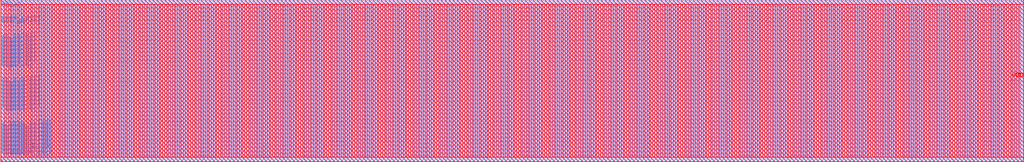
<source format=lef>
VERSION 5.7 ;
BUSBITCHARS "[]" ;
MACRO fakeram130_256x64
  FOREIGN fakeram130_256x64 0 0 ;
  SYMMETRY X Y R90 ;
  SIZE 1010.160 BY 160.480 ;
  CLASS BLOCK ;
  PIN w_mask_in[0]
    DIRECTION INPUT ;
    USE SIGNAL ;
    SHAPE ABUTMENT ;
    PORT
      LAYER met3 ;
      RECT 0.000 4.370 0.460 4.830 ;
    END
  END w_mask_in[0]
  PIN w_mask_in[1]
    DIRECTION INPUT ;
    USE SIGNAL ;
    SHAPE ABUTMENT ;
    PORT
      LAYER met3 ;
      RECT 0.000 4.830 0.460 5.290 ;
    END
  END w_mask_in[1]
  PIN w_mask_in[2]
    DIRECTION INPUT ;
    USE SIGNAL ;
    SHAPE ABUTMENT ;
    PORT
      LAYER met3 ;
      RECT 0.000 5.290 0.460 5.750 ;
    END
  END w_mask_in[2]
  PIN w_mask_in[3]
    DIRECTION INPUT ;
    USE SIGNAL ;
    SHAPE ABUTMENT ;
    PORT
      LAYER met3 ;
      RECT 0.000 5.750 0.460 6.210 ;
    END
  END w_mask_in[3]
  PIN w_mask_in[4]
    DIRECTION INPUT ;
    USE SIGNAL ;
    SHAPE ABUTMENT ;
    PORT
      LAYER met3 ;
      RECT 0.000 6.210 0.460 6.670 ;
    END
  END w_mask_in[4]
  PIN w_mask_in[5]
    DIRECTION INPUT ;
    USE SIGNAL ;
    SHAPE ABUTMENT ;
    PORT
      LAYER met3 ;
      RECT 0.000 6.670 0.460 7.130 ;
    END
  END w_mask_in[5]
  PIN w_mask_in[6]
    DIRECTION INPUT ;
    USE SIGNAL ;
    SHAPE ABUTMENT ;
    PORT
      LAYER met3 ;
      RECT 0.000 7.130 0.460 7.590 ;
    END
  END w_mask_in[6]
  PIN w_mask_in[7]
    DIRECTION INPUT ;
    USE SIGNAL ;
    SHAPE ABUTMENT ;
    PORT
      LAYER met3 ;
      RECT 0.000 7.590 0.460 8.050 ;
    END
  END w_mask_in[7]
  PIN w_mask_in[8]
    DIRECTION INPUT ;
    USE SIGNAL ;
    SHAPE ABUTMENT ;
    PORT
      LAYER met3 ;
      RECT 0.000 8.050 0.460 8.510 ;
    END
  END w_mask_in[8]
  PIN w_mask_in[9]
    DIRECTION INPUT ;
    USE SIGNAL ;
    SHAPE ABUTMENT ;
    PORT
      LAYER met3 ;
      RECT 0.000 8.510 0.460 8.970 ;
    END
  END w_mask_in[9]
  PIN w_mask_in[10]
    DIRECTION INPUT ;
    USE SIGNAL ;
    SHAPE ABUTMENT ;
    PORT
      LAYER met3 ;
      RECT 0.000 8.970 0.460 9.430 ;
    END
  END w_mask_in[10]
  PIN w_mask_in[11]
    DIRECTION INPUT ;
    USE SIGNAL ;
    SHAPE ABUTMENT ;
    PORT
      LAYER met3 ;
      RECT 0.000 9.430 0.460 9.890 ;
    END
  END w_mask_in[11]
  PIN w_mask_in[12]
    DIRECTION INPUT ;
    USE SIGNAL ;
    SHAPE ABUTMENT ;
    PORT
      LAYER met3 ;
      RECT 0.000 9.890 0.460 10.350 ;
    END
  END w_mask_in[12]
  PIN w_mask_in[13]
    DIRECTION INPUT ;
    USE SIGNAL ;
    SHAPE ABUTMENT ;
    PORT
      LAYER met3 ;
      RECT 0.000 10.350 0.460 10.810 ;
    END
  END w_mask_in[13]
  PIN w_mask_in[14]
    DIRECTION INPUT ;
    USE SIGNAL ;
    SHAPE ABUTMENT ;
    PORT
      LAYER met3 ;
      RECT 0.000 10.810 0.460 11.270 ;
    END
  END w_mask_in[14]
  PIN w_mask_in[15]
    DIRECTION INPUT ;
    USE SIGNAL ;
    SHAPE ABUTMENT ;
    PORT
      LAYER met3 ;
      RECT 0.000 11.270 0.460 11.730 ;
    END
  END w_mask_in[15]
  PIN w_mask_in[16]
    DIRECTION INPUT ;
    USE SIGNAL ;
    SHAPE ABUTMENT ;
    PORT
      LAYER met3 ;
      RECT 0.000 11.730 0.460 12.190 ;
    END
  END w_mask_in[16]
  PIN w_mask_in[17]
    DIRECTION INPUT ;
    USE SIGNAL ;
    SHAPE ABUTMENT ;
    PORT
      LAYER met3 ;
      RECT 0.000 12.190 0.460 12.650 ;
    END
  END w_mask_in[17]
  PIN w_mask_in[18]
    DIRECTION INPUT ;
    USE SIGNAL ;
    SHAPE ABUTMENT ;
    PORT
      LAYER met3 ;
      RECT 0.000 12.650 0.460 13.110 ;
    END
  END w_mask_in[18]
  PIN w_mask_in[19]
    DIRECTION INPUT ;
    USE SIGNAL ;
    SHAPE ABUTMENT ;
    PORT
      LAYER met3 ;
      RECT 0.000 13.110 0.460 13.570 ;
    END
  END w_mask_in[19]
  PIN w_mask_in[20]
    DIRECTION INPUT ;
    USE SIGNAL ;
    SHAPE ABUTMENT ;
    PORT
      LAYER met3 ;
      RECT 0.000 13.570 0.460 14.030 ;
    END
  END w_mask_in[20]
  PIN w_mask_in[21]
    DIRECTION INPUT ;
    USE SIGNAL ;
    SHAPE ABUTMENT ;
    PORT
      LAYER met3 ;
      RECT 0.000 14.030 0.460 14.490 ;
    END
  END w_mask_in[21]
  PIN w_mask_in[22]
    DIRECTION INPUT ;
    USE SIGNAL ;
    SHAPE ABUTMENT ;
    PORT
      LAYER met3 ;
      RECT 0.000 14.490 0.460 14.950 ;
    END
  END w_mask_in[22]
  PIN w_mask_in[23]
    DIRECTION INPUT ;
    USE SIGNAL ;
    SHAPE ABUTMENT ;
    PORT
      LAYER met3 ;
      RECT 0.000 14.950 0.460 15.410 ;
    END
  END w_mask_in[23]
  PIN w_mask_in[24]
    DIRECTION INPUT ;
    USE SIGNAL ;
    SHAPE ABUTMENT ;
    PORT
      LAYER met3 ;
      RECT 0.000 15.410 0.460 15.870 ;
    END
  END w_mask_in[24]
  PIN w_mask_in[25]
    DIRECTION INPUT ;
    USE SIGNAL ;
    SHAPE ABUTMENT ;
    PORT
      LAYER met3 ;
      RECT 0.000 15.870 0.460 16.330 ;
    END
  END w_mask_in[25]
  PIN w_mask_in[26]
    DIRECTION INPUT ;
    USE SIGNAL ;
    SHAPE ABUTMENT ;
    PORT
      LAYER met3 ;
      RECT 0.000 16.330 0.460 16.790 ;
    END
  END w_mask_in[26]
  PIN w_mask_in[27]
    DIRECTION INPUT ;
    USE SIGNAL ;
    SHAPE ABUTMENT ;
    PORT
      LAYER met3 ;
      RECT 0.000 16.790 0.460 17.250 ;
    END
  END w_mask_in[27]
  PIN w_mask_in[28]
    DIRECTION INPUT ;
    USE SIGNAL ;
    SHAPE ABUTMENT ;
    PORT
      LAYER met3 ;
      RECT 0.000 17.250 0.460 17.710 ;
    END
  END w_mask_in[28]
  PIN w_mask_in[29]
    DIRECTION INPUT ;
    USE SIGNAL ;
    SHAPE ABUTMENT ;
    PORT
      LAYER met3 ;
      RECT 0.000 17.710 0.460 18.170 ;
    END
  END w_mask_in[29]
  PIN w_mask_in[30]
    DIRECTION INPUT ;
    USE SIGNAL ;
    SHAPE ABUTMENT ;
    PORT
      LAYER met3 ;
      RECT 0.000 18.170 0.460 18.630 ;
    END
  END w_mask_in[30]
  PIN w_mask_in[31]
    DIRECTION INPUT ;
    USE SIGNAL ;
    SHAPE ABUTMENT ;
    PORT
      LAYER met3 ;
      RECT 0.000 18.630 0.460 19.090 ;
    END
  END w_mask_in[31]
  PIN w_mask_in[32]
    DIRECTION INPUT ;
    USE SIGNAL ;
    SHAPE ABUTMENT ;
    PORT
      LAYER met3 ;
      RECT 0.000 19.090 0.460 19.550 ;
    END
  END w_mask_in[32]
  PIN w_mask_in[33]
    DIRECTION INPUT ;
    USE SIGNAL ;
    SHAPE ABUTMENT ;
    PORT
      LAYER met3 ;
      RECT 0.000 19.550 0.460 20.010 ;
    END
  END w_mask_in[33]
  PIN w_mask_in[34]
    DIRECTION INPUT ;
    USE SIGNAL ;
    SHAPE ABUTMENT ;
    PORT
      LAYER met3 ;
      RECT 0.000 20.010 0.460 20.470 ;
    END
  END w_mask_in[34]
  PIN w_mask_in[35]
    DIRECTION INPUT ;
    USE SIGNAL ;
    SHAPE ABUTMENT ;
    PORT
      LAYER met3 ;
      RECT 0.000 20.470 0.460 20.930 ;
    END
  END w_mask_in[35]
  PIN w_mask_in[36]
    DIRECTION INPUT ;
    USE SIGNAL ;
    SHAPE ABUTMENT ;
    PORT
      LAYER met3 ;
      RECT 0.000 20.930 0.460 21.390 ;
    END
  END w_mask_in[36]
  PIN w_mask_in[37]
    DIRECTION INPUT ;
    USE SIGNAL ;
    SHAPE ABUTMENT ;
    PORT
      LAYER met3 ;
      RECT 0.000 21.390 0.460 21.850 ;
    END
  END w_mask_in[37]
  PIN w_mask_in[38]
    DIRECTION INPUT ;
    USE SIGNAL ;
    SHAPE ABUTMENT ;
    PORT
      LAYER met3 ;
      RECT 0.000 21.850 0.460 22.310 ;
    END
  END w_mask_in[38]
  PIN w_mask_in[39]
    DIRECTION INPUT ;
    USE SIGNAL ;
    SHAPE ABUTMENT ;
    PORT
      LAYER met3 ;
      RECT 0.000 22.310 0.460 22.770 ;
    END
  END w_mask_in[39]
  PIN w_mask_in[40]
    DIRECTION INPUT ;
    USE SIGNAL ;
    SHAPE ABUTMENT ;
    PORT
      LAYER met3 ;
      RECT 0.000 22.770 0.460 23.230 ;
    END
  END w_mask_in[40]
  PIN w_mask_in[41]
    DIRECTION INPUT ;
    USE SIGNAL ;
    SHAPE ABUTMENT ;
    PORT
      LAYER met3 ;
      RECT 0.000 23.230 0.460 23.690 ;
    END
  END w_mask_in[41]
  PIN w_mask_in[42]
    DIRECTION INPUT ;
    USE SIGNAL ;
    SHAPE ABUTMENT ;
    PORT
      LAYER met3 ;
      RECT 0.000 23.690 0.460 24.150 ;
    END
  END w_mask_in[42]
  PIN w_mask_in[43]
    DIRECTION INPUT ;
    USE SIGNAL ;
    SHAPE ABUTMENT ;
    PORT
      LAYER met3 ;
      RECT 0.000 24.150 0.460 24.610 ;
    END
  END w_mask_in[43]
  PIN w_mask_in[44]
    DIRECTION INPUT ;
    USE SIGNAL ;
    SHAPE ABUTMENT ;
    PORT
      LAYER met3 ;
      RECT 0.000 24.610 0.460 25.070 ;
    END
  END w_mask_in[44]
  PIN w_mask_in[45]
    DIRECTION INPUT ;
    USE SIGNAL ;
    SHAPE ABUTMENT ;
    PORT
      LAYER met3 ;
      RECT 0.000 25.070 0.460 25.530 ;
    END
  END w_mask_in[45]
  PIN w_mask_in[46]
    DIRECTION INPUT ;
    USE SIGNAL ;
    SHAPE ABUTMENT ;
    PORT
      LAYER met3 ;
      RECT 0.000 25.530 0.460 25.990 ;
    END
  END w_mask_in[46]
  PIN w_mask_in[47]
    DIRECTION INPUT ;
    USE SIGNAL ;
    SHAPE ABUTMENT ;
    PORT
      LAYER met3 ;
      RECT 0.000 25.990 0.460 26.450 ;
    END
  END w_mask_in[47]
  PIN w_mask_in[48]
    DIRECTION INPUT ;
    USE SIGNAL ;
    SHAPE ABUTMENT ;
    PORT
      LAYER met3 ;
      RECT 0.000 26.450 0.460 26.910 ;
    END
  END w_mask_in[48]
  PIN w_mask_in[49]
    DIRECTION INPUT ;
    USE SIGNAL ;
    SHAPE ABUTMENT ;
    PORT
      LAYER met3 ;
      RECT 0.000 26.910 0.460 27.370 ;
    END
  END w_mask_in[49]
  PIN w_mask_in[50]
    DIRECTION INPUT ;
    USE SIGNAL ;
    SHAPE ABUTMENT ;
    PORT
      LAYER met3 ;
      RECT 0.000 27.370 0.460 27.830 ;
    END
  END w_mask_in[50]
  PIN w_mask_in[51]
    DIRECTION INPUT ;
    USE SIGNAL ;
    SHAPE ABUTMENT ;
    PORT
      LAYER met3 ;
      RECT 0.000 27.830 0.460 28.290 ;
    END
  END w_mask_in[51]
  PIN w_mask_in[52]
    DIRECTION INPUT ;
    USE SIGNAL ;
    SHAPE ABUTMENT ;
    PORT
      LAYER met3 ;
      RECT 0.000 28.290 0.460 28.750 ;
    END
  END w_mask_in[52]
  PIN w_mask_in[53]
    DIRECTION INPUT ;
    USE SIGNAL ;
    SHAPE ABUTMENT ;
    PORT
      LAYER met3 ;
      RECT 0.000 28.750 0.460 29.210 ;
    END
  END w_mask_in[53]
  PIN w_mask_in[54]
    DIRECTION INPUT ;
    USE SIGNAL ;
    SHAPE ABUTMENT ;
    PORT
      LAYER met3 ;
      RECT 0.000 29.210 0.460 29.670 ;
    END
  END w_mask_in[54]
  PIN w_mask_in[55]
    DIRECTION INPUT ;
    USE SIGNAL ;
    SHAPE ABUTMENT ;
    PORT
      LAYER met3 ;
      RECT 0.000 29.670 0.460 30.130 ;
    END
  END w_mask_in[55]
  PIN w_mask_in[56]
    DIRECTION INPUT ;
    USE SIGNAL ;
    SHAPE ABUTMENT ;
    PORT
      LAYER met3 ;
      RECT 0.000 30.130 0.460 30.590 ;
    END
  END w_mask_in[56]
  PIN w_mask_in[57]
    DIRECTION INPUT ;
    USE SIGNAL ;
    SHAPE ABUTMENT ;
    PORT
      LAYER met3 ;
      RECT 0.000 30.590 0.460 31.050 ;
    END
  END w_mask_in[57]
  PIN w_mask_in[58]
    DIRECTION INPUT ;
    USE SIGNAL ;
    SHAPE ABUTMENT ;
    PORT
      LAYER met3 ;
      RECT 0.000 31.050 0.460 31.510 ;
    END
  END w_mask_in[58]
  PIN w_mask_in[59]
    DIRECTION INPUT ;
    USE SIGNAL ;
    SHAPE ABUTMENT ;
    PORT
      LAYER met3 ;
      RECT 0.000 31.510 0.460 31.970 ;
    END
  END w_mask_in[59]
  PIN w_mask_in[60]
    DIRECTION INPUT ;
    USE SIGNAL ;
    SHAPE ABUTMENT ;
    PORT
      LAYER met3 ;
      RECT 0.000 31.970 0.460 32.430 ;
    END
  END w_mask_in[60]
  PIN w_mask_in[61]
    DIRECTION INPUT ;
    USE SIGNAL ;
    SHAPE ABUTMENT ;
    PORT
      LAYER met3 ;
      RECT 0.000 32.430 0.460 32.890 ;
    END
  END w_mask_in[61]
  PIN w_mask_in[62]
    DIRECTION INPUT ;
    USE SIGNAL ;
    SHAPE ABUTMENT ;
    PORT
      LAYER met3 ;
      RECT 0.000 32.890 0.460 33.350 ;
    END
  END w_mask_in[62]
  PIN w_mask_in[63]
    DIRECTION INPUT ;
    USE SIGNAL ;
    SHAPE ABUTMENT ;
    PORT
      LAYER met3 ;
      RECT 0.000 33.350 0.460 33.810 ;
    END
  END w_mask_in[63]
  PIN rd_out[0]
    DIRECTION OUTPUT ;
    USE SIGNAL ;
    SHAPE ABUTMENT ;
    PORT
      LAYER met3 ;
      RECT 0.000 47.610 0.460 48.070 ;
    END
  END rd_out[0]
  PIN rd_out[1]
    DIRECTION OUTPUT ;
    USE SIGNAL ;
    SHAPE ABUTMENT ;
    PORT
      LAYER met3 ;
      RECT 0.000 48.070 0.460 48.530 ;
    END
  END rd_out[1]
  PIN rd_out[2]
    DIRECTION OUTPUT ;
    USE SIGNAL ;
    SHAPE ABUTMENT ;
    PORT
      LAYER met3 ;
      RECT 0.000 48.530 0.460 48.990 ;
    END
  END rd_out[2]
  PIN rd_out[3]
    DIRECTION OUTPUT ;
    USE SIGNAL ;
    SHAPE ABUTMENT ;
    PORT
      LAYER met3 ;
      RECT 0.000 48.990 0.460 49.450 ;
    END
  END rd_out[3]
  PIN rd_out[4]
    DIRECTION OUTPUT ;
    USE SIGNAL ;
    SHAPE ABUTMENT ;
    PORT
      LAYER met3 ;
      RECT 0.000 49.450 0.460 49.910 ;
    END
  END rd_out[4]
  PIN rd_out[5]
    DIRECTION OUTPUT ;
    USE SIGNAL ;
    SHAPE ABUTMENT ;
    PORT
      LAYER met3 ;
      RECT 0.000 49.910 0.460 50.370 ;
    END
  END rd_out[5]
  PIN rd_out[6]
    DIRECTION OUTPUT ;
    USE SIGNAL ;
    SHAPE ABUTMENT ;
    PORT
      LAYER met3 ;
      RECT 0.000 50.370 0.460 50.830 ;
    END
  END rd_out[6]
  PIN rd_out[7]
    DIRECTION OUTPUT ;
    USE SIGNAL ;
    SHAPE ABUTMENT ;
    PORT
      LAYER met3 ;
      RECT 0.000 50.830 0.460 51.290 ;
    END
  END rd_out[7]
  PIN rd_out[8]
    DIRECTION OUTPUT ;
    USE SIGNAL ;
    SHAPE ABUTMENT ;
    PORT
      LAYER met3 ;
      RECT 0.000 51.290 0.460 51.750 ;
    END
  END rd_out[8]
  PIN rd_out[9]
    DIRECTION OUTPUT ;
    USE SIGNAL ;
    SHAPE ABUTMENT ;
    PORT
      LAYER met3 ;
      RECT 0.000 51.750 0.460 52.210 ;
    END
  END rd_out[9]
  PIN rd_out[10]
    DIRECTION OUTPUT ;
    USE SIGNAL ;
    SHAPE ABUTMENT ;
    PORT
      LAYER met3 ;
      RECT 0.000 52.210 0.460 52.670 ;
    END
  END rd_out[10]
  PIN rd_out[11]
    DIRECTION OUTPUT ;
    USE SIGNAL ;
    SHAPE ABUTMENT ;
    PORT
      LAYER met3 ;
      RECT 0.000 52.670 0.460 53.130 ;
    END
  END rd_out[11]
  PIN rd_out[12]
    DIRECTION OUTPUT ;
    USE SIGNAL ;
    SHAPE ABUTMENT ;
    PORT
      LAYER met3 ;
      RECT 0.000 53.130 0.460 53.590 ;
    END
  END rd_out[12]
  PIN rd_out[13]
    DIRECTION OUTPUT ;
    USE SIGNAL ;
    SHAPE ABUTMENT ;
    PORT
      LAYER met3 ;
      RECT 0.000 53.590 0.460 54.050 ;
    END
  END rd_out[13]
  PIN rd_out[14]
    DIRECTION OUTPUT ;
    USE SIGNAL ;
    SHAPE ABUTMENT ;
    PORT
      LAYER met3 ;
      RECT 0.000 54.050 0.460 54.510 ;
    END
  END rd_out[14]
  PIN rd_out[15]
    DIRECTION OUTPUT ;
    USE SIGNAL ;
    SHAPE ABUTMENT ;
    PORT
      LAYER met3 ;
      RECT 0.000 54.510 0.460 54.970 ;
    END
  END rd_out[15]
  PIN rd_out[16]
    DIRECTION OUTPUT ;
    USE SIGNAL ;
    SHAPE ABUTMENT ;
    PORT
      LAYER met3 ;
      RECT 0.000 54.970 0.460 55.430 ;
    END
  END rd_out[16]
  PIN rd_out[17]
    DIRECTION OUTPUT ;
    USE SIGNAL ;
    SHAPE ABUTMENT ;
    PORT
      LAYER met3 ;
      RECT 0.000 55.430 0.460 55.890 ;
    END
  END rd_out[17]
  PIN rd_out[18]
    DIRECTION OUTPUT ;
    USE SIGNAL ;
    SHAPE ABUTMENT ;
    PORT
      LAYER met3 ;
      RECT 0.000 55.890 0.460 56.350 ;
    END
  END rd_out[18]
  PIN rd_out[19]
    DIRECTION OUTPUT ;
    USE SIGNAL ;
    SHAPE ABUTMENT ;
    PORT
      LAYER met3 ;
      RECT 0.000 56.350 0.460 56.810 ;
    END
  END rd_out[19]
  PIN rd_out[20]
    DIRECTION OUTPUT ;
    USE SIGNAL ;
    SHAPE ABUTMENT ;
    PORT
      LAYER met3 ;
      RECT 0.000 56.810 0.460 57.270 ;
    END
  END rd_out[20]
  PIN rd_out[21]
    DIRECTION OUTPUT ;
    USE SIGNAL ;
    SHAPE ABUTMENT ;
    PORT
      LAYER met3 ;
      RECT 0.000 57.270 0.460 57.730 ;
    END
  END rd_out[21]
  PIN rd_out[22]
    DIRECTION OUTPUT ;
    USE SIGNAL ;
    SHAPE ABUTMENT ;
    PORT
      LAYER met3 ;
      RECT 0.000 57.730 0.460 58.190 ;
    END
  END rd_out[22]
  PIN rd_out[23]
    DIRECTION OUTPUT ;
    USE SIGNAL ;
    SHAPE ABUTMENT ;
    PORT
      LAYER met3 ;
      RECT 0.000 58.190 0.460 58.650 ;
    END
  END rd_out[23]
  PIN rd_out[24]
    DIRECTION OUTPUT ;
    USE SIGNAL ;
    SHAPE ABUTMENT ;
    PORT
      LAYER met3 ;
      RECT 0.000 58.650 0.460 59.110 ;
    END
  END rd_out[24]
  PIN rd_out[25]
    DIRECTION OUTPUT ;
    USE SIGNAL ;
    SHAPE ABUTMENT ;
    PORT
      LAYER met3 ;
      RECT 0.000 59.110 0.460 59.570 ;
    END
  END rd_out[25]
  PIN rd_out[26]
    DIRECTION OUTPUT ;
    USE SIGNAL ;
    SHAPE ABUTMENT ;
    PORT
      LAYER met3 ;
      RECT 0.000 59.570 0.460 60.030 ;
    END
  END rd_out[26]
  PIN rd_out[27]
    DIRECTION OUTPUT ;
    USE SIGNAL ;
    SHAPE ABUTMENT ;
    PORT
      LAYER met3 ;
      RECT 0.000 60.030 0.460 60.490 ;
    END
  END rd_out[27]
  PIN rd_out[28]
    DIRECTION OUTPUT ;
    USE SIGNAL ;
    SHAPE ABUTMENT ;
    PORT
      LAYER met3 ;
      RECT 0.000 60.490 0.460 60.950 ;
    END
  END rd_out[28]
  PIN rd_out[29]
    DIRECTION OUTPUT ;
    USE SIGNAL ;
    SHAPE ABUTMENT ;
    PORT
      LAYER met3 ;
      RECT 0.000 60.950 0.460 61.410 ;
    END
  END rd_out[29]
  PIN rd_out[30]
    DIRECTION OUTPUT ;
    USE SIGNAL ;
    SHAPE ABUTMENT ;
    PORT
      LAYER met3 ;
      RECT 0.000 61.410 0.460 61.870 ;
    END
  END rd_out[30]
  PIN rd_out[31]
    DIRECTION OUTPUT ;
    USE SIGNAL ;
    SHAPE ABUTMENT ;
    PORT
      LAYER met3 ;
      RECT 0.000 61.870 0.460 62.330 ;
    END
  END rd_out[31]
  PIN rd_out[32]
    DIRECTION OUTPUT ;
    USE SIGNAL ;
    SHAPE ABUTMENT ;
    PORT
      LAYER met3 ;
      RECT 0.000 62.330 0.460 62.790 ;
    END
  END rd_out[32]
  PIN rd_out[33]
    DIRECTION OUTPUT ;
    USE SIGNAL ;
    SHAPE ABUTMENT ;
    PORT
      LAYER met3 ;
      RECT 0.000 62.790 0.460 63.250 ;
    END
  END rd_out[33]
  PIN rd_out[34]
    DIRECTION OUTPUT ;
    USE SIGNAL ;
    SHAPE ABUTMENT ;
    PORT
      LAYER met3 ;
      RECT 0.000 63.250 0.460 63.710 ;
    END
  END rd_out[34]
  PIN rd_out[35]
    DIRECTION OUTPUT ;
    USE SIGNAL ;
    SHAPE ABUTMENT ;
    PORT
      LAYER met3 ;
      RECT 0.000 63.710 0.460 64.170 ;
    END
  END rd_out[35]
  PIN rd_out[36]
    DIRECTION OUTPUT ;
    USE SIGNAL ;
    SHAPE ABUTMENT ;
    PORT
      LAYER met3 ;
      RECT 0.000 64.170 0.460 64.630 ;
    END
  END rd_out[36]
  PIN rd_out[37]
    DIRECTION OUTPUT ;
    USE SIGNAL ;
    SHAPE ABUTMENT ;
    PORT
      LAYER met3 ;
      RECT 0.000 64.630 0.460 65.090 ;
    END
  END rd_out[37]
  PIN rd_out[38]
    DIRECTION OUTPUT ;
    USE SIGNAL ;
    SHAPE ABUTMENT ;
    PORT
      LAYER met3 ;
      RECT 0.000 65.090 0.460 65.550 ;
    END
  END rd_out[38]
  PIN rd_out[39]
    DIRECTION OUTPUT ;
    USE SIGNAL ;
    SHAPE ABUTMENT ;
    PORT
      LAYER met3 ;
      RECT 0.000 65.550 0.460 66.010 ;
    END
  END rd_out[39]
  PIN rd_out[40]
    DIRECTION OUTPUT ;
    USE SIGNAL ;
    SHAPE ABUTMENT ;
    PORT
      LAYER met3 ;
      RECT 0.000 66.010 0.460 66.470 ;
    END
  END rd_out[40]
  PIN rd_out[41]
    DIRECTION OUTPUT ;
    USE SIGNAL ;
    SHAPE ABUTMENT ;
    PORT
      LAYER met3 ;
      RECT 0.000 66.470 0.460 66.930 ;
    END
  END rd_out[41]
  PIN rd_out[42]
    DIRECTION OUTPUT ;
    USE SIGNAL ;
    SHAPE ABUTMENT ;
    PORT
      LAYER met3 ;
      RECT 0.000 66.930 0.460 67.390 ;
    END
  END rd_out[42]
  PIN rd_out[43]
    DIRECTION OUTPUT ;
    USE SIGNAL ;
    SHAPE ABUTMENT ;
    PORT
      LAYER met3 ;
      RECT 0.000 67.390 0.460 67.850 ;
    END
  END rd_out[43]
  PIN rd_out[44]
    DIRECTION OUTPUT ;
    USE SIGNAL ;
    SHAPE ABUTMENT ;
    PORT
      LAYER met3 ;
      RECT 0.000 67.850 0.460 68.310 ;
    END
  END rd_out[44]
  PIN rd_out[45]
    DIRECTION OUTPUT ;
    USE SIGNAL ;
    SHAPE ABUTMENT ;
    PORT
      LAYER met3 ;
      RECT 0.000 68.310 0.460 68.770 ;
    END
  END rd_out[45]
  PIN rd_out[46]
    DIRECTION OUTPUT ;
    USE SIGNAL ;
    SHAPE ABUTMENT ;
    PORT
      LAYER met3 ;
      RECT 0.000 68.770 0.460 69.230 ;
    END
  END rd_out[46]
  PIN rd_out[47]
    DIRECTION OUTPUT ;
    USE SIGNAL ;
    SHAPE ABUTMENT ;
    PORT
      LAYER met3 ;
      RECT 0.000 69.230 0.460 69.690 ;
    END
  END rd_out[47]
  PIN rd_out[48]
    DIRECTION OUTPUT ;
    USE SIGNAL ;
    SHAPE ABUTMENT ;
    PORT
      LAYER met3 ;
      RECT 0.000 69.690 0.460 70.150 ;
    END
  END rd_out[48]
  PIN rd_out[49]
    DIRECTION OUTPUT ;
    USE SIGNAL ;
    SHAPE ABUTMENT ;
    PORT
      LAYER met3 ;
      RECT 0.000 70.150 0.460 70.610 ;
    END
  END rd_out[49]
  PIN rd_out[50]
    DIRECTION OUTPUT ;
    USE SIGNAL ;
    SHAPE ABUTMENT ;
    PORT
      LAYER met3 ;
      RECT 0.000 70.610 0.460 71.070 ;
    END
  END rd_out[50]
  PIN rd_out[51]
    DIRECTION OUTPUT ;
    USE SIGNAL ;
    SHAPE ABUTMENT ;
    PORT
      LAYER met3 ;
      RECT 0.000 71.070 0.460 71.530 ;
    END
  END rd_out[51]
  PIN rd_out[52]
    DIRECTION OUTPUT ;
    USE SIGNAL ;
    SHAPE ABUTMENT ;
    PORT
      LAYER met3 ;
      RECT 0.000 71.530 0.460 71.990 ;
    END
  END rd_out[52]
  PIN rd_out[53]
    DIRECTION OUTPUT ;
    USE SIGNAL ;
    SHAPE ABUTMENT ;
    PORT
      LAYER met3 ;
      RECT 0.000 71.990 0.460 72.450 ;
    END
  END rd_out[53]
  PIN rd_out[54]
    DIRECTION OUTPUT ;
    USE SIGNAL ;
    SHAPE ABUTMENT ;
    PORT
      LAYER met3 ;
      RECT 0.000 72.450 0.460 72.910 ;
    END
  END rd_out[54]
  PIN rd_out[55]
    DIRECTION OUTPUT ;
    USE SIGNAL ;
    SHAPE ABUTMENT ;
    PORT
      LAYER met3 ;
      RECT 0.000 72.910 0.460 73.370 ;
    END
  END rd_out[55]
  PIN rd_out[56]
    DIRECTION OUTPUT ;
    USE SIGNAL ;
    SHAPE ABUTMENT ;
    PORT
      LAYER met3 ;
      RECT 0.000 73.370 0.460 73.830 ;
    END
  END rd_out[56]
  PIN rd_out[57]
    DIRECTION OUTPUT ;
    USE SIGNAL ;
    SHAPE ABUTMENT ;
    PORT
      LAYER met3 ;
      RECT 0.000 73.830 0.460 74.290 ;
    END
  END rd_out[57]
  PIN rd_out[58]
    DIRECTION OUTPUT ;
    USE SIGNAL ;
    SHAPE ABUTMENT ;
    PORT
      LAYER met3 ;
      RECT 0.000 74.290 0.460 74.750 ;
    END
  END rd_out[58]
  PIN rd_out[59]
    DIRECTION OUTPUT ;
    USE SIGNAL ;
    SHAPE ABUTMENT ;
    PORT
      LAYER met3 ;
      RECT 0.000 74.750 0.460 75.210 ;
    END
  END rd_out[59]
  PIN rd_out[60]
    DIRECTION OUTPUT ;
    USE SIGNAL ;
    SHAPE ABUTMENT ;
    PORT
      LAYER met3 ;
      RECT 0.000 75.210 0.460 75.670 ;
    END
  END rd_out[60]
  PIN rd_out[61]
    DIRECTION OUTPUT ;
    USE SIGNAL ;
    SHAPE ABUTMENT ;
    PORT
      LAYER met3 ;
      RECT 0.000 75.670 0.460 76.130 ;
    END
  END rd_out[61]
  PIN rd_out[62]
    DIRECTION OUTPUT ;
    USE SIGNAL ;
    SHAPE ABUTMENT ;
    PORT
      LAYER met3 ;
      RECT 0.000 76.130 0.460 76.590 ;
    END
  END rd_out[62]
  PIN rd_out[63]
    DIRECTION OUTPUT ;
    USE SIGNAL ;
    SHAPE ABUTMENT ;
    PORT
      LAYER met3 ;
      RECT 0.000 76.590 0.460 77.050 ;
    END
  END rd_out[63]
  PIN wd_in[0]
    DIRECTION INPUT ;
    USE SIGNAL ;
    SHAPE ABUTMENT ;
    PORT
      LAYER met3 ;
      RECT 0.000 90.850 0.460 91.310 ;
    END
  END wd_in[0]
  PIN wd_in[1]
    DIRECTION INPUT ;
    USE SIGNAL ;
    SHAPE ABUTMENT ;
    PORT
      LAYER met3 ;
      RECT 0.000 91.310 0.460 91.770 ;
    END
  END wd_in[1]
  PIN wd_in[2]
    DIRECTION INPUT ;
    USE SIGNAL ;
    SHAPE ABUTMENT ;
    PORT
      LAYER met3 ;
      RECT 0.000 91.770 0.460 92.230 ;
    END
  END wd_in[2]
  PIN wd_in[3]
    DIRECTION INPUT ;
    USE SIGNAL ;
    SHAPE ABUTMENT ;
    PORT
      LAYER met3 ;
      RECT 0.000 92.230 0.460 92.690 ;
    END
  END wd_in[3]
  PIN wd_in[4]
    DIRECTION INPUT ;
    USE SIGNAL ;
    SHAPE ABUTMENT ;
    PORT
      LAYER met3 ;
      RECT 0.000 92.690 0.460 93.150 ;
    END
  END wd_in[4]
  PIN wd_in[5]
    DIRECTION INPUT ;
    USE SIGNAL ;
    SHAPE ABUTMENT ;
    PORT
      LAYER met3 ;
      RECT 0.000 93.150 0.460 93.610 ;
    END
  END wd_in[5]
  PIN wd_in[6]
    DIRECTION INPUT ;
    USE SIGNAL ;
    SHAPE ABUTMENT ;
    PORT
      LAYER met3 ;
      RECT 0.000 93.610 0.460 94.070 ;
    END
  END wd_in[6]
  PIN wd_in[7]
    DIRECTION INPUT ;
    USE SIGNAL ;
    SHAPE ABUTMENT ;
    PORT
      LAYER met3 ;
      RECT 0.000 94.070 0.460 94.530 ;
    END
  END wd_in[7]
  PIN wd_in[8]
    DIRECTION INPUT ;
    USE SIGNAL ;
    SHAPE ABUTMENT ;
    PORT
      LAYER met3 ;
      RECT 0.000 94.530 0.460 94.990 ;
    END
  END wd_in[8]
  PIN wd_in[9]
    DIRECTION INPUT ;
    USE SIGNAL ;
    SHAPE ABUTMENT ;
    PORT
      LAYER met3 ;
      RECT 0.000 94.990 0.460 95.450 ;
    END
  END wd_in[9]
  PIN wd_in[10]
    DIRECTION INPUT ;
    USE SIGNAL ;
    SHAPE ABUTMENT ;
    PORT
      LAYER met3 ;
      RECT 0.000 95.450 0.460 95.910 ;
    END
  END wd_in[10]
  PIN wd_in[11]
    DIRECTION INPUT ;
    USE SIGNAL ;
    SHAPE ABUTMENT ;
    PORT
      LAYER met3 ;
      RECT 0.000 95.910 0.460 96.370 ;
    END
  END wd_in[11]
  PIN wd_in[12]
    DIRECTION INPUT ;
    USE SIGNAL ;
    SHAPE ABUTMENT ;
    PORT
      LAYER met3 ;
      RECT 0.000 96.370 0.460 96.830 ;
    END
  END wd_in[12]
  PIN wd_in[13]
    DIRECTION INPUT ;
    USE SIGNAL ;
    SHAPE ABUTMENT ;
    PORT
      LAYER met3 ;
      RECT 0.000 96.830 0.460 97.290 ;
    END
  END wd_in[13]
  PIN wd_in[14]
    DIRECTION INPUT ;
    USE SIGNAL ;
    SHAPE ABUTMENT ;
    PORT
      LAYER met3 ;
      RECT 0.000 97.290 0.460 97.750 ;
    END
  END wd_in[14]
  PIN wd_in[15]
    DIRECTION INPUT ;
    USE SIGNAL ;
    SHAPE ABUTMENT ;
    PORT
      LAYER met3 ;
      RECT 0.000 97.750 0.460 98.210 ;
    END
  END wd_in[15]
  PIN wd_in[16]
    DIRECTION INPUT ;
    USE SIGNAL ;
    SHAPE ABUTMENT ;
    PORT
      LAYER met3 ;
      RECT 0.000 98.210 0.460 98.670 ;
    END
  END wd_in[16]
  PIN wd_in[17]
    DIRECTION INPUT ;
    USE SIGNAL ;
    SHAPE ABUTMENT ;
    PORT
      LAYER met3 ;
      RECT 0.000 98.670 0.460 99.130 ;
    END
  END wd_in[17]
  PIN wd_in[18]
    DIRECTION INPUT ;
    USE SIGNAL ;
    SHAPE ABUTMENT ;
    PORT
      LAYER met3 ;
      RECT 0.000 99.130 0.460 99.590 ;
    END
  END wd_in[18]
  PIN wd_in[19]
    DIRECTION INPUT ;
    USE SIGNAL ;
    SHAPE ABUTMENT ;
    PORT
      LAYER met3 ;
      RECT 0.000 99.590 0.460 100.050 ;
    END
  END wd_in[19]
  PIN wd_in[20]
    DIRECTION INPUT ;
    USE SIGNAL ;
    SHAPE ABUTMENT ;
    PORT
      LAYER met3 ;
      RECT 0.000 100.050 0.460 100.510 ;
    END
  END wd_in[20]
  PIN wd_in[21]
    DIRECTION INPUT ;
    USE SIGNAL ;
    SHAPE ABUTMENT ;
    PORT
      LAYER met3 ;
      RECT 0.000 100.510 0.460 100.970 ;
    END
  END wd_in[21]
  PIN wd_in[22]
    DIRECTION INPUT ;
    USE SIGNAL ;
    SHAPE ABUTMENT ;
    PORT
      LAYER met3 ;
      RECT 0.000 100.970 0.460 101.430 ;
    END
  END wd_in[22]
  PIN wd_in[23]
    DIRECTION INPUT ;
    USE SIGNAL ;
    SHAPE ABUTMENT ;
    PORT
      LAYER met3 ;
      RECT 0.000 101.430 0.460 101.890 ;
    END
  END wd_in[23]
  PIN wd_in[24]
    DIRECTION INPUT ;
    USE SIGNAL ;
    SHAPE ABUTMENT ;
    PORT
      LAYER met3 ;
      RECT 0.000 101.890 0.460 102.350 ;
    END
  END wd_in[24]
  PIN wd_in[25]
    DIRECTION INPUT ;
    USE SIGNAL ;
    SHAPE ABUTMENT ;
    PORT
      LAYER met3 ;
      RECT 0.000 102.350 0.460 102.810 ;
    END
  END wd_in[25]
  PIN wd_in[26]
    DIRECTION INPUT ;
    USE SIGNAL ;
    SHAPE ABUTMENT ;
    PORT
      LAYER met3 ;
      RECT 0.000 102.810 0.460 103.270 ;
    END
  END wd_in[26]
  PIN wd_in[27]
    DIRECTION INPUT ;
    USE SIGNAL ;
    SHAPE ABUTMENT ;
    PORT
      LAYER met3 ;
      RECT 0.000 103.270 0.460 103.730 ;
    END
  END wd_in[27]
  PIN wd_in[28]
    DIRECTION INPUT ;
    USE SIGNAL ;
    SHAPE ABUTMENT ;
    PORT
      LAYER met3 ;
      RECT 0.000 103.730 0.460 104.190 ;
    END
  END wd_in[28]
  PIN wd_in[29]
    DIRECTION INPUT ;
    USE SIGNAL ;
    SHAPE ABUTMENT ;
    PORT
      LAYER met3 ;
      RECT 0.000 104.190 0.460 104.650 ;
    END
  END wd_in[29]
  PIN wd_in[30]
    DIRECTION INPUT ;
    USE SIGNAL ;
    SHAPE ABUTMENT ;
    PORT
      LAYER met3 ;
      RECT 0.000 104.650 0.460 105.110 ;
    END
  END wd_in[30]
  PIN wd_in[31]
    DIRECTION INPUT ;
    USE SIGNAL ;
    SHAPE ABUTMENT ;
    PORT
      LAYER met3 ;
      RECT 0.000 105.110 0.460 105.570 ;
    END
  END wd_in[31]
  PIN wd_in[32]
    DIRECTION INPUT ;
    USE SIGNAL ;
    SHAPE ABUTMENT ;
    PORT
      LAYER met3 ;
      RECT 0.000 105.570 0.460 106.030 ;
    END
  END wd_in[32]
  PIN wd_in[33]
    DIRECTION INPUT ;
    USE SIGNAL ;
    SHAPE ABUTMENT ;
    PORT
      LAYER met3 ;
      RECT 0.000 106.030 0.460 106.490 ;
    END
  END wd_in[33]
  PIN wd_in[34]
    DIRECTION INPUT ;
    USE SIGNAL ;
    SHAPE ABUTMENT ;
    PORT
      LAYER met3 ;
      RECT 0.000 106.490 0.460 106.950 ;
    END
  END wd_in[34]
  PIN wd_in[35]
    DIRECTION INPUT ;
    USE SIGNAL ;
    SHAPE ABUTMENT ;
    PORT
      LAYER met3 ;
      RECT 0.000 106.950 0.460 107.410 ;
    END
  END wd_in[35]
  PIN wd_in[36]
    DIRECTION INPUT ;
    USE SIGNAL ;
    SHAPE ABUTMENT ;
    PORT
      LAYER met3 ;
      RECT 0.000 107.410 0.460 107.870 ;
    END
  END wd_in[36]
  PIN wd_in[37]
    DIRECTION INPUT ;
    USE SIGNAL ;
    SHAPE ABUTMENT ;
    PORT
      LAYER met3 ;
      RECT 0.000 107.870 0.460 108.330 ;
    END
  END wd_in[37]
  PIN wd_in[38]
    DIRECTION INPUT ;
    USE SIGNAL ;
    SHAPE ABUTMENT ;
    PORT
      LAYER met3 ;
      RECT 0.000 108.330 0.460 108.790 ;
    END
  END wd_in[38]
  PIN wd_in[39]
    DIRECTION INPUT ;
    USE SIGNAL ;
    SHAPE ABUTMENT ;
    PORT
      LAYER met3 ;
      RECT 0.000 108.790 0.460 109.250 ;
    END
  END wd_in[39]
  PIN wd_in[40]
    DIRECTION INPUT ;
    USE SIGNAL ;
    SHAPE ABUTMENT ;
    PORT
      LAYER met3 ;
      RECT 0.000 109.250 0.460 109.710 ;
    END
  END wd_in[40]
  PIN wd_in[41]
    DIRECTION INPUT ;
    USE SIGNAL ;
    SHAPE ABUTMENT ;
    PORT
      LAYER met3 ;
      RECT 0.000 109.710 0.460 110.170 ;
    END
  END wd_in[41]
  PIN wd_in[42]
    DIRECTION INPUT ;
    USE SIGNAL ;
    SHAPE ABUTMENT ;
    PORT
      LAYER met3 ;
      RECT 0.000 110.170 0.460 110.630 ;
    END
  END wd_in[42]
  PIN wd_in[43]
    DIRECTION INPUT ;
    USE SIGNAL ;
    SHAPE ABUTMENT ;
    PORT
      LAYER met3 ;
      RECT 0.000 110.630 0.460 111.090 ;
    END
  END wd_in[43]
  PIN wd_in[44]
    DIRECTION INPUT ;
    USE SIGNAL ;
    SHAPE ABUTMENT ;
    PORT
      LAYER met3 ;
      RECT 0.000 111.090 0.460 111.550 ;
    END
  END wd_in[44]
  PIN wd_in[45]
    DIRECTION INPUT ;
    USE SIGNAL ;
    SHAPE ABUTMENT ;
    PORT
      LAYER met3 ;
      RECT 0.000 111.550 0.460 112.010 ;
    END
  END wd_in[45]
  PIN wd_in[46]
    DIRECTION INPUT ;
    USE SIGNAL ;
    SHAPE ABUTMENT ;
    PORT
      LAYER met3 ;
      RECT 0.000 112.010 0.460 112.470 ;
    END
  END wd_in[46]
  PIN wd_in[47]
    DIRECTION INPUT ;
    USE SIGNAL ;
    SHAPE ABUTMENT ;
    PORT
      LAYER met3 ;
      RECT 0.000 112.470 0.460 112.930 ;
    END
  END wd_in[47]
  PIN wd_in[48]
    DIRECTION INPUT ;
    USE SIGNAL ;
    SHAPE ABUTMENT ;
    PORT
      LAYER met3 ;
      RECT 0.000 112.930 0.460 113.390 ;
    END
  END wd_in[48]
  PIN wd_in[49]
    DIRECTION INPUT ;
    USE SIGNAL ;
    SHAPE ABUTMENT ;
    PORT
      LAYER met3 ;
      RECT 0.000 113.390 0.460 113.850 ;
    END
  END wd_in[49]
  PIN wd_in[50]
    DIRECTION INPUT ;
    USE SIGNAL ;
    SHAPE ABUTMENT ;
    PORT
      LAYER met3 ;
      RECT 0.000 113.850 0.460 114.310 ;
    END
  END wd_in[50]
  PIN wd_in[51]
    DIRECTION INPUT ;
    USE SIGNAL ;
    SHAPE ABUTMENT ;
    PORT
      LAYER met3 ;
      RECT 0.000 114.310 0.460 114.770 ;
    END
  END wd_in[51]
  PIN wd_in[52]
    DIRECTION INPUT ;
    USE SIGNAL ;
    SHAPE ABUTMENT ;
    PORT
      LAYER met3 ;
      RECT 0.000 114.770 0.460 115.230 ;
    END
  END wd_in[52]
  PIN wd_in[53]
    DIRECTION INPUT ;
    USE SIGNAL ;
    SHAPE ABUTMENT ;
    PORT
      LAYER met3 ;
      RECT 0.000 115.230 0.460 115.690 ;
    END
  END wd_in[53]
  PIN wd_in[54]
    DIRECTION INPUT ;
    USE SIGNAL ;
    SHAPE ABUTMENT ;
    PORT
      LAYER met3 ;
      RECT 0.000 115.690 0.460 116.150 ;
    END
  END wd_in[54]
  PIN wd_in[55]
    DIRECTION INPUT ;
    USE SIGNAL ;
    SHAPE ABUTMENT ;
    PORT
      LAYER met3 ;
      RECT 0.000 116.150 0.460 116.610 ;
    END
  END wd_in[55]
  PIN wd_in[56]
    DIRECTION INPUT ;
    USE SIGNAL ;
    SHAPE ABUTMENT ;
    PORT
      LAYER met3 ;
      RECT 0.000 116.610 0.460 117.070 ;
    END
  END wd_in[56]
  PIN wd_in[57]
    DIRECTION INPUT ;
    USE SIGNAL ;
    SHAPE ABUTMENT ;
    PORT
      LAYER met3 ;
      RECT 0.000 117.070 0.460 117.530 ;
    END
  END wd_in[57]
  PIN wd_in[58]
    DIRECTION INPUT ;
    USE SIGNAL ;
    SHAPE ABUTMENT ;
    PORT
      LAYER met3 ;
      RECT 0.000 117.530 0.460 117.990 ;
    END
  END wd_in[58]
  PIN wd_in[59]
    DIRECTION INPUT ;
    USE SIGNAL ;
    SHAPE ABUTMENT ;
    PORT
      LAYER met3 ;
      RECT 0.000 117.990 0.460 118.450 ;
    END
  END wd_in[59]
  PIN wd_in[60]
    DIRECTION INPUT ;
    USE SIGNAL ;
    SHAPE ABUTMENT ;
    PORT
      LAYER met3 ;
      RECT 0.000 118.450 0.460 118.910 ;
    END
  END wd_in[60]
  PIN wd_in[61]
    DIRECTION INPUT ;
    USE SIGNAL ;
    SHAPE ABUTMENT ;
    PORT
      LAYER met3 ;
      RECT 0.000 118.910 0.460 119.370 ;
    END
  END wd_in[61]
  PIN wd_in[62]
    DIRECTION INPUT ;
    USE SIGNAL ;
    SHAPE ABUTMENT ;
    PORT
      LAYER met3 ;
      RECT 0.000 119.370 0.460 119.830 ;
    END
  END wd_in[62]
  PIN wd_in[63]
    DIRECTION INPUT ;
    USE SIGNAL ;
    SHAPE ABUTMENT ;
    PORT
      LAYER met3 ;
      RECT 0.000 119.830 0.460 120.290 ;
    END
  END wd_in[63]
  PIN addr_in[0]
    DIRECTION INPUT ;
    USE SIGNAL ;
    SHAPE ABUTMENT ;
    PORT
      LAYER met3 ;
      RECT 0.000 134.090 0.460 134.550 ;
    END
  END addr_in[0]
  PIN addr_in[1]
    DIRECTION INPUT ;
    USE SIGNAL ;
    SHAPE ABUTMENT ;
    PORT
      LAYER met3 ;
      RECT 0.000 134.550 0.460 135.010 ;
    END
  END addr_in[1]
  PIN addr_in[2]
    DIRECTION INPUT ;
    USE SIGNAL ;
    SHAPE ABUTMENT ;
    PORT
      LAYER met3 ;
      RECT 0.000 135.010 0.460 135.470 ;
    END
  END addr_in[2]
  PIN addr_in[3]
    DIRECTION INPUT ;
    USE SIGNAL ;
    SHAPE ABUTMENT ;
    PORT
      LAYER met3 ;
      RECT 0.000 135.470 0.460 135.930 ;
    END
  END addr_in[3]
  PIN addr_in[4]
    DIRECTION INPUT ;
    USE SIGNAL ;
    SHAPE ABUTMENT ;
    PORT
      LAYER met3 ;
      RECT 0.000 135.930 0.460 136.390 ;
    END
  END addr_in[4]
  PIN addr_in[5]
    DIRECTION INPUT ;
    USE SIGNAL ;
    SHAPE ABUTMENT ;
    PORT
      LAYER met3 ;
      RECT 0.000 136.390 0.460 136.850 ;
    END
  END addr_in[5]
  PIN addr_in[6]
    DIRECTION INPUT ;
    USE SIGNAL ;
    SHAPE ABUTMENT ;
    PORT
      LAYER met3 ;
      RECT 0.000 136.850 0.460 137.310 ;
    END
  END addr_in[6]
  PIN addr_in[7]
    DIRECTION INPUT ;
    USE SIGNAL ;
    SHAPE ABUTMENT ;
    PORT
      LAYER met3 ;
      RECT 0.000 137.310 0.460 137.770 ;
    END
  END addr_in[7]
  PIN we_in
    DIRECTION INPUT ;
    USE SIGNAL ;
    SHAPE ABUTMENT ;
    PORT
      LAYER met3 ;
      RECT 0.000 151.570 0.460 152.030 ;
    END
  END we_in
  PIN ce_in
    DIRECTION INPUT ;
    USE SIGNAL ;
    SHAPE ABUTMENT ;
    PORT
      LAYER met3 ;
      RECT 0.000 152.030 0.460 152.490 ;
    END
  END ce_in
  PIN clk
    DIRECTION INPUT ;
    USE SIGNAL ;
    SHAPE ABUTMENT ;
    PORT
      LAYER met3 ;
      RECT 0.000 152.490 0.460 152.950 ;
    END
  END clk
  PIN VSS
    DIRECTION INOUT ;
    USE GROUND ;
    PORT
      LAYER met4 ;
      RECT 3.680 4.600 5.520 155.880 ;
      RECT 11.040 4.600 12.880 155.880 ;
      RECT 18.400 4.600 20.240 155.880 ;
      RECT 25.760 4.600 27.600 155.880 ;
      RECT 33.120 4.600 34.960 155.880 ;
      RECT 40.480 4.600 42.320 155.880 ;
      RECT 47.840 4.600 49.680 155.880 ;
      RECT 55.200 4.600 57.040 155.880 ;
      RECT 62.560 4.600 64.400 155.880 ;
      RECT 69.920 4.600 71.760 155.880 ;
      RECT 77.280 4.600 79.120 155.880 ;
      RECT 84.640 4.600 86.480 155.880 ;
      RECT 92.000 4.600 93.840 155.880 ;
      RECT 99.360 4.600 101.200 155.880 ;
      RECT 106.720 4.600 108.560 155.880 ;
      RECT 114.080 4.600 115.920 155.880 ;
      RECT 121.440 4.600 123.280 155.880 ;
      RECT 128.800 4.600 130.640 155.880 ;
      RECT 136.160 4.600 138.000 155.880 ;
      RECT 143.520 4.600 145.360 155.880 ;
      RECT 150.880 4.600 152.720 155.880 ;
      RECT 158.240 4.600 160.080 155.880 ;
      RECT 165.600 4.600 167.440 155.880 ;
      RECT 172.960 4.600 174.800 155.880 ;
      RECT 180.320 4.600 182.160 155.880 ;
      RECT 187.680 4.600 189.520 155.880 ;
      RECT 195.040 4.600 196.880 155.880 ;
      RECT 202.400 4.600 204.240 155.880 ;
      RECT 209.760 4.600 211.600 155.880 ;
      RECT 217.120 4.600 218.960 155.880 ;
      RECT 224.480 4.600 226.320 155.880 ;
      RECT 231.840 4.600 233.680 155.880 ;
      RECT 239.200 4.600 241.040 155.880 ;
      RECT 246.560 4.600 248.400 155.880 ;
      RECT 253.920 4.600 255.760 155.880 ;
      RECT 261.280 4.600 263.120 155.880 ;
      RECT 268.640 4.600 270.480 155.880 ;
      RECT 276.000 4.600 277.840 155.880 ;
      RECT 283.360 4.600 285.200 155.880 ;
      RECT 290.720 4.600 292.560 155.880 ;
      RECT 298.080 4.600 299.920 155.880 ;
      RECT 305.440 4.600 307.280 155.880 ;
      RECT 312.800 4.600 314.640 155.880 ;
      RECT 320.160 4.600 322.000 155.880 ;
      RECT 327.520 4.600 329.360 155.880 ;
      RECT 334.880 4.600 336.720 155.880 ;
      RECT 342.240 4.600 344.080 155.880 ;
      RECT 349.600 4.600 351.440 155.880 ;
      RECT 356.960 4.600 358.800 155.880 ;
      RECT 364.320 4.600 366.160 155.880 ;
      RECT 371.680 4.600 373.520 155.880 ;
      RECT 379.040 4.600 380.880 155.880 ;
      RECT 386.400 4.600 388.240 155.880 ;
      RECT 393.760 4.600 395.600 155.880 ;
      RECT 401.120 4.600 402.960 155.880 ;
      RECT 408.480 4.600 410.320 155.880 ;
      RECT 415.840 4.600 417.680 155.880 ;
      RECT 423.200 4.600 425.040 155.880 ;
      RECT 430.560 4.600 432.400 155.880 ;
      RECT 437.920 4.600 439.760 155.880 ;
      RECT 445.280 4.600 447.120 155.880 ;
      RECT 452.640 4.600 454.480 155.880 ;
      RECT 460.000 4.600 461.840 155.880 ;
      RECT 467.360 4.600 469.200 155.880 ;
      RECT 474.720 4.600 476.560 155.880 ;
      RECT 482.080 4.600 483.920 155.880 ;
      RECT 489.440 4.600 491.280 155.880 ;
      RECT 496.800 4.600 498.640 155.880 ;
      RECT 504.160 4.600 506.000 155.880 ;
      RECT 511.520 4.600 513.360 155.880 ;
      RECT 518.880 4.600 520.720 155.880 ;
      RECT 526.240 4.600 528.080 155.880 ;
      RECT 533.600 4.600 535.440 155.880 ;
      RECT 540.960 4.600 542.800 155.880 ;
      RECT 548.320 4.600 550.160 155.880 ;
      RECT 555.680 4.600 557.520 155.880 ;
      RECT 563.040 4.600 564.880 155.880 ;
      RECT 570.400 4.600 572.240 155.880 ;
      RECT 577.760 4.600 579.600 155.880 ;
      RECT 585.120 4.600 586.960 155.880 ;
      RECT 592.480 4.600 594.320 155.880 ;
      RECT 599.840 4.600 601.680 155.880 ;
      RECT 607.200 4.600 609.040 155.880 ;
      RECT 614.560 4.600 616.400 155.880 ;
      RECT 621.920 4.600 623.760 155.880 ;
      RECT 629.280 4.600 631.120 155.880 ;
      RECT 636.640 4.600 638.480 155.880 ;
      RECT 644.000 4.600 645.840 155.880 ;
      RECT 651.360 4.600 653.200 155.880 ;
      RECT 658.720 4.600 660.560 155.880 ;
      RECT 666.080 4.600 667.920 155.880 ;
      RECT 673.440 4.600 675.280 155.880 ;
      RECT 680.800 4.600 682.640 155.880 ;
      RECT 688.160 4.600 690.000 155.880 ;
      RECT 695.520 4.600 697.360 155.880 ;
      RECT 702.880 4.600 704.720 155.880 ;
      RECT 710.240 4.600 712.080 155.880 ;
      RECT 717.600 4.600 719.440 155.880 ;
      RECT 724.960 4.600 726.800 155.880 ;
      RECT 732.320 4.600 734.160 155.880 ;
      RECT 739.680 4.600 741.520 155.880 ;
      RECT 747.040 4.600 748.880 155.880 ;
      RECT 754.400 4.600 756.240 155.880 ;
      RECT 761.760 4.600 763.600 155.880 ;
      RECT 769.120 4.600 770.960 155.880 ;
      RECT 776.480 4.600 778.320 155.880 ;
      RECT 783.840 4.600 785.680 155.880 ;
      RECT 791.200 4.600 793.040 155.880 ;
      RECT 798.560 4.600 800.400 155.880 ;
      RECT 805.920 4.600 807.760 155.880 ;
      RECT 813.280 4.600 815.120 155.880 ;
      RECT 820.640 4.600 822.480 155.880 ;
      RECT 828.000 4.600 829.840 155.880 ;
      RECT 835.360 4.600 837.200 155.880 ;
      RECT 842.720 4.600 844.560 155.880 ;
      RECT 850.080 4.600 851.920 155.880 ;
      RECT 857.440 4.600 859.280 155.880 ;
      RECT 864.800 4.600 866.640 155.880 ;
      RECT 872.160 4.600 874.000 155.880 ;
      RECT 879.520 4.600 881.360 155.880 ;
      RECT 886.880 4.600 888.720 155.880 ;
      RECT 894.240 4.600 896.080 155.880 ;
      RECT 901.600 4.600 903.440 155.880 ;
      RECT 908.960 4.600 910.800 155.880 ;
      RECT 916.320 4.600 918.160 155.880 ;
      RECT 923.680 4.600 925.520 155.880 ;
      RECT 931.040 4.600 932.880 155.880 ;
      RECT 938.400 4.600 940.240 155.880 ;
      RECT 945.760 4.600 947.600 155.880 ;
      RECT 953.120 4.600 954.960 155.880 ;
      RECT 960.480 4.600 962.320 155.880 ;
      RECT 967.840 4.600 969.680 155.880 ;
      RECT 975.200 4.600 977.040 155.880 ;
      RECT 982.560 4.600 984.400 155.880 ;
      RECT 989.920 4.600 991.760 155.880 ;
      RECT 997.280 4.600 999.120 155.880 ;
    END
  END VSS
  PIN VDD
    DIRECTION INOUT ;
    USE POWER ;
    PORT
      LAYER met4 ;
      RECT 7.360 4.600 9.200 155.880 ;
      RECT 14.720 4.600 16.560 155.880 ;
      RECT 22.080 4.600 23.920 155.880 ;
      RECT 29.440 4.600 31.280 155.880 ;
      RECT 36.800 4.600 38.640 155.880 ;
      RECT 44.160 4.600 46.000 155.880 ;
      RECT 51.520 4.600 53.360 155.880 ;
      RECT 58.880 4.600 60.720 155.880 ;
      RECT 66.240 4.600 68.080 155.880 ;
      RECT 73.600 4.600 75.440 155.880 ;
      RECT 80.960 4.600 82.800 155.880 ;
      RECT 88.320 4.600 90.160 155.880 ;
      RECT 95.680 4.600 97.520 155.880 ;
      RECT 103.040 4.600 104.880 155.880 ;
      RECT 110.400 4.600 112.240 155.880 ;
      RECT 117.760 4.600 119.600 155.880 ;
      RECT 125.120 4.600 126.960 155.880 ;
      RECT 132.480 4.600 134.320 155.880 ;
      RECT 139.840 4.600 141.680 155.880 ;
      RECT 147.200 4.600 149.040 155.880 ;
      RECT 154.560 4.600 156.400 155.880 ;
      RECT 161.920 4.600 163.760 155.880 ;
      RECT 169.280 4.600 171.120 155.880 ;
      RECT 176.640 4.600 178.480 155.880 ;
      RECT 184.000 4.600 185.840 155.880 ;
      RECT 191.360 4.600 193.200 155.880 ;
      RECT 198.720 4.600 200.560 155.880 ;
      RECT 206.080 4.600 207.920 155.880 ;
      RECT 213.440 4.600 215.280 155.880 ;
      RECT 220.800 4.600 222.640 155.880 ;
      RECT 228.160 4.600 230.000 155.880 ;
      RECT 235.520 4.600 237.360 155.880 ;
      RECT 242.880 4.600 244.720 155.880 ;
      RECT 250.240 4.600 252.080 155.880 ;
      RECT 257.600 4.600 259.440 155.880 ;
      RECT 264.960 4.600 266.800 155.880 ;
      RECT 272.320 4.600 274.160 155.880 ;
      RECT 279.680 4.600 281.520 155.880 ;
      RECT 287.040 4.600 288.880 155.880 ;
      RECT 294.400 4.600 296.240 155.880 ;
      RECT 301.760 4.600 303.600 155.880 ;
      RECT 309.120 4.600 310.960 155.880 ;
      RECT 316.480 4.600 318.320 155.880 ;
      RECT 323.840 4.600 325.680 155.880 ;
      RECT 331.200 4.600 333.040 155.880 ;
      RECT 338.560 4.600 340.400 155.880 ;
      RECT 345.920 4.600 347.760 155.880 ;
      RECT 353.280 4.600 355.120 155.880 ;
      RECT 360.640 4.600 362.480 155.880 ;
      RECT 368.000 4.600 369.840 155.880 ;
      RECT 375.360 4.600 377.200 155.880 ;
      RECT 382.720 4.600 384.560 155.880 ;
      RECT 390.080 4.600 391.920 155.880 ;
      RECT 397.440 4.600 399.280 155.880 ;
      RECT 404.800 4.600 406.640 155.880 ;
      RECT 412.160 4.600 414.000 155.880 ;
      RECT 419.520 4.600 421.360 155.880 ;
      RECT 426.880 4.600 428.720 155.880 ;
      RECT 434.240 4.600 436.080 155.880 ;
      RECT 441.600 4.600 443.440 155.880 ;
      RECT 448.960 4.600 450.800 155.880 ;
      RECT 456.320 4.600 458.160 155.880 ;
      RECT 463.680 4.600 465.520 155.880 ;
      RECT 471.040 4.600 472.880 155.880 ;
      RECT 478.400 4.600 480.240 155.880 ;
      RECT 485.760 4.600 487.600 155.880 ;
      RECT 493.120 4.600 494.960 155.880 ;
      RECT 500.480 4.600 502.320 155.880 ;
      RECT 507.840 4.600 509.680 155.880 ;
      RECT 515.200 4.600 517.040 155.880 ;
      RECT 522.560 4.600 524.400 155.880 ;
      RECT 529.920 4.600 531.760 155.880 ;
      RECT 537.280 4.600 539.120 155.880 ;
      RECT 544.640 4.600 546.480 155.880 ;
      RECT 552.000 4.600 553.840 155.880 ;
      RECT 559.360 4.600 561.200 155.880 ;
      RECT 566.720 4.600 568.560 155.880 ;
      RECT 574.080 4.600 575.920 155.880 ;
      RECT 581.440 4.600 583.280 155.880 ;
      RECT 588.800 4.600 590.640 155.880 ;
      RECT 596.160 4.600 598.000 155.880 ;
      RECT 603.520 4.600 605.360 155.880 ;
      RECT 610.880 4.600 612.720 155.880 ;
      RECT 618.240 4.600 620.080 155.880 ;
      RECT 625.600 4.600 627.440 155.880 ;
      RECT 632.960 4.600 634.800 155.880 ;
      RECT 640.320 4.600 642.160 155.880 ;
      RECT 647.680 4.600 649.520 155.880 ;
      RECT 655.040 4.600 656.880 155.880 ;
      RECT 662.400 4.600 664.240 155.880 ;
      RECT 669.760 4.600 671.600 155.880 ;
      RECT 677.120 4.600 678.960 155.880 ;
      RECT 684.480 4.600 686.320 155.880 ;
      RECT 691.840 4.600 693.680 155.880 ;
      RECT 699.200 4.600 701.040 155.880 ;
      RECT 706.560 4.600 708.400 155.880 ;
      RECT 713.920 4.600 715.760 155.880 ;
      RECT 721.280 4.600 723.120 155.880 ;
      RECT 728.640 4.600 730.480 155.880 ;
      RECT 736.000 4.600 737.840 155.880 ;
      RECT 743.360 4.600 745.200 155.880 ;
      RECT 750.720 4.600 752.560 155.880 ;
      RECT 758.080 4.600 759.920 155.880 ;
      RECT 765.440 4.600 767.280 155.880 ;
      RECT 772.800 4.600 774.640 155.880 ;
      RECT 780.160 4.600 782.000 155.880 ;
      RECT 787.520 4.600 789.360 155.880 ;
      RECT 794.880 4.600 796.720 155.880 ;
      RECT 802.240 4.600 804.080 155.880 ;
      RECT 809.600 4.600 811.440 155.880 ;
      RECT 816.960 4.600 818.800 155.880 ;
      RECT 824.320 4.600 826.160 155.880 ;
      RECT 831.680 4.600 833.520 155.880 ;
      RECT 839.040 4.600 840.880 155.880 ;
      RECT 846.400 4.600 848.240 155.880 ;
      RECT 853.760 4.600 855.600 155.880 ;
      RECT 861.120 4.600 862.960 155.880 ;
      RECT 868.480 4.600 870.320 155.880 ;
      RECT 875.840 4.600 877.680 155.880 ;
      RECT 883.200 4.600 885.040 155.880 ;
      RECT 890.560 4.600 892.400 155.880 ;
      RECT 897.920 4.600 899.760 155.880 ;
      RECT 905.280 4.600 907.120 155.880 ;
      RECT 912.640 4.600 914.480 155.880 ;
      RECT 920.000 4.600 921.840 155.880 ;
      RECT 927.360 4.600 929.200 155.880 ;
      RECT 934.720 4.600 936.560 155.880 ;
      RECT 942.080 4.600 943.920 155.880 ;
      RECT 949.440 4.600 951.280 155.880 ;
      RECT 956.800 4.600 958.640 155.880 ;
      RECT 964.160 4.600 966.000 155.880 ;
      RECT 971.520 4.600 973.360 155.880 ;
      RECT 978.880 4.600 980.720 155.880 ;
      RECT 986.240 4.600 988.080 155.880 ;
      RECT 993.600 4.600 995.440 155.880 ;
      RECT 1000.960 4.600 1002.800 155.880 ;
    END
  END VDD
  OBS
    LAYER met1 ;
    RECT 0 0 1010.160 160.480 ;
    LAYER met2 ;
    RECT 0 0 1010.160 160.480 ;
    LAYER met3 ;
    RECT 0.460 0 1010.160 160.480 ;
    RECT 0 0.000 0.460 4.370 ;
    RECT 0 4.830 0.460 4.830 ;
    RECT 0 5.290 0.460 5.290 ;
    RECT 0 5.750 0.460 5.750 ;
    RECT 0 6.210 0.460 6.210 ;
    RECT 0 6.670 0.460 6.670 ;
    RECT 0 7.130 0.460 7.130 ;
    RECT 0 7.590 0.460 7.590 ;
    RECT 0 8.050 0.460 8.050 ;
    RECT 0 8.510 0.460 8.510 ;
    RECT 0 8.970 0.460 8.970 ;
    RECT 0 9.430 0.460 9.430 ;
    RECT 0 9.890 0.460 9.890 ;
    RECT 0 10.350 0.460 10.350 ;
    RECT 0 10.810 0.460 10.810 ;
    RECT 0 11.270 0.460 11.270 ;
    RECT 0 11.730 0.460 11.730 ;
    RECT 0 12.190 0.460 12.190 ;
    RECT 0 12.650 0.460 12.650 ;
    RECT 0 13.110 0.460 13.110 ;
    RECT 0 13.570 0.460 13.570 ;
    RECT 0 14.030 0.460 14.030 ;
    RECT 0 14.490 0.460 14.490 ;
    RECT 0 14.950 0.460 14.950 ;
    RECT 0 15.410 0.460 15.410 ;
    RECT 0 15.870 0.460 15.870 ;
    RECT 0 16.330 0.460 16.330 ;
    RECT 0 16.790 0.460 16.790 ;
    RECT 0 17.250 0.460 17.250 ;
    RECT 0 17.710 0.460 17.710 ;
    RECT 0 18.170 0.460 18.170 ;
    RECT 0 18.630 0.460 18.630 ;
    RECT 0 19.090 0.460 19.090 ;
    RECT 0 19.550 0.460 19.550 ;
    RECT 0 20.010 0.460 20.010 ;
    RECT 0 20.470 0.460 20.470 ;
    RECT 0 20.930 0.460 20.930 ;
    RECT 0 21.390 0.460 21.390 ;
    RECT 0 21.850 0.460 21.850 ;
    RECT 0 22.310 0.460 22.310 ;
    RECT 0 22.770 0.460 22.770 ;
    RECT 0 23.230 0.460 23.230 ;
    RECT 0 23.690 0.460 23.690 ;
    RECT 0 24.150 0.460 24.150 ;
    RECT 0 24.610 0.460 24.610 ;
    RECT 0 25.070 0.460 25.070 ;
    RECT 0 25.530 0.460 25.530 ;
    RECT 0 25.990 0.460 25.990 ;
    RECT 0 26.450 0.460 26.450 ;
    RECT 0 26.910 0.460 26.910 ;
    RECT 0 27.370 0.460 27.370 ;
    RECT 0 27.830 0.460 27.830 ;
    RECT 0 28.290 0.460 28.290 ;
    RECT 0 28.750 0.460 28.750 ;
    RECT 0 29.210 0.460 29.210 ;
    RECT 0 29.670 0.460 29.670 ;
    RECT 0 30.130 0.460 30.130 ;
    RECT 0 30.590 0.460 30.590 ;
    RECT 0 31.050 0.460 31.050 ;
    RECT 0 31.510 0.460 31.510 ;
    RECT 0 31.970 0.460 31.970 ;
    RECT 0 32.430 0.460 32.430 ;
    RECT 0 32.890 0.460 32.890 ;
    RECT 0 33.350 0.460 33.350 ;
    RECT 0 33.810 0.460 47.610 ;
    RECT 0 48.070 0.460 48.070 ;
    RECT 0 48.530 0.460 48.530 ;
    RECT 0 48.990 0.460 48.990 ;
    RECT 0 49.450 0.460 49.450 ;
    RECT 0 49.910 0.460 49.910 ;
    RECT 0 50.370 0.460 50.370 ;
    RECT 0 50.830 0.460 50.830 ;
    RECT 0 51.290 0.460 51.290 ;
    RECT 0 51.750 0.460 51.750 ;
    RECT 0 52.210 0.460 52.210 ;
    RECT 0 52.670 0.460 52.670 ;
    RECT 0 53.130 0.460 53.130 ;
    RECT 0 53.590 0.460 53.590 ;
    RECT 0 54.050 0.460 54.050 ;
    RECT 0 54.510 0.460 54.510 ;
    RECT 0 54.970 0.460 54.970 ;
    RECT 0 55.430 0.460 55.430 ;
    RECT 0 55.890 0.460 55.890 ;
    RECT 0 56.350 0.460 56.350 ;
    RECT 0 56.810 0.460 56.810 ;
    RECT 0 57.270 0.460 57.270 ;
    RECT 0 57.730 0.460 57.730 ;
    RECT 0 58.190 0.460 58.190 ;
    RECT 0 58.650 0.460 58.650 ;
    RECT 0 59.110 0.460 59.110 ;
    RECT 0 59.570 0.460 59.570 ;
    RECT 0 60.030 0.460 60.030 ;
    RECT 0 60.490 0.460 60.490 ;
    RECT 0 60.950 0.460 60.950 ;
    RECT 0 61.410 0.460 61.410 ;
    RECT 0 61.870 0.460 61.870 ;
    RECT 0 62.330 0.460 62.330 ;
    RECT 0 62.790 0.460 62.790 ;
    RECT 0 63.250 0.460 63.250 ;
    RECT 0 63.710 0.460 63.710 ;
    RECT 0 64.170 0.460 64.170 ;
    RECT 0 64.630 0.460 64.630 ;
    RECT 0 65.090 0.460 65.090 ;
    RECT 0 65.550 0.460 65.550 ;
    RECT 0 66.010 0.460 66.010 ;
    RECT 0 66.470 0.460 66.470 ;
    RECT 0 66.930 0.460 66.930 ;
    RECT 0 67.390 0.460 67.390 ;
    RECT 0 67.850 0.460 67.850 ;
    RECT 0 68.310 0.460 68.310 ;
    RECT 0 68.770 0.460 68.770 ;
    RECT 0 69.230 0.460 69.230 ;
    RECT 0 69.690 0.460 69.690 ;
    RECT 0 70.150 0.460 70.150 ;
    RECT 0 70.610 0.460 70.610 ;
    RECT 0 71.070 0.460 71.070 ;
    RECT 0 71.530 0.460 71.530 ;
    RECT 0 71.990 0.460 71.990 ;
    RECT 0 72.450 0.460 72.450 ;
    RECT 0 72.910 0.460 72.910 ;
    RECT 0 73.370 0.460 73.370 ;
    RECT 0 73.830 0.460 73.830 ;
    RECT 0 74.290 0.460 74.290 ;
    RECT 0 74.750 0.460 74.750 ;
    RECT 0 75.210 0.460 75.210 ;
    RECT 0 75.670 0.460 75.670 ;
    RECT 0 76.130 0.460 76.130 ;
    RECT 0 76.590 0.460 76.590 ;
    RECT 0 77.050 0.460 90.850 ;
    RECT 0 91.310 0.460 91.310 ;
    RECT 0 91.770 0.460 91.770 ;
    RECT 0 92.230 0.460 92.230 ;
    RECT 0 92.690 0.460 92.690 ;
    RECT 0 93.150 0.460 93.150 ;
    RECT 0 93.610 0.460 93.610 ;
    RECT 0 94.070 0.460 94.070 ;
    RECT 0 94.530 0.460 94.530 ;
    RECT 0 94.990 0.460 94.990 ;
    RECT 0 95.450 0.460 95.450 ;
    RECT 0 95.910 0.460 95.910 ;
    RECT 0 96.370 0.460 96.370 ;
    RECT 0 96.830 0.460 96.830 ;
    RECT 0 97.290 0.460 97.290 ;
    RECT 0 97.750 0.460 97.750 ;
    RECT 0 98.210 0.460 98.210 ;
    RECT 0 98.670 0.460 98.670 ;
    RECT 0 99.130 0.460 99.130 ;
    RECT 0 99.590 0.460 99.590 ;
    RECT 0 100.050 0.460 100.050 ;
    RECT 0 100.510 0.460 100.510 ;
    RECT 0 100.970 0.460 100.970 ;
    RECT 0 101.430 0.460 101.430 ;
    RECT 0 101.890 0.460 101.890 ;
    RECT 0 102.350 0.460 102.350 ;
    RECT 0 102.810 0.460 102.810 ;
    RECT 0 103.270 0.460 103.270 ;
    RECT 0 103.730 0.460 103.730 ;
    RECT 0 104.190 0.460 104.190 ;
    RECT 0 104.650 0.460 104.650 ;
    RECT 0 105.110 0.460 105.110 ;
    RECT 0 105.570 0.460 105.570 ;
    RECT 0 106.030 0.460 106.030 ;
    RECT 0 106.490 0.460 106.490 ;
    RECT 0 106.950 0.460 106.950 ;
    RECT 0 107.410 0.460 107.410 ;
    RECT 0 107.870 0.460 107.870 ;
    RECT 0 108.330 0.460 108.330 ;
    RECT 0 108.790 0.460 108.790 ;
    RECT 0 109.250 0.460 109.250 ;
    RECT 0 109.710 0.460 109.710 ;
    RECT 0 110.170 0.460 110.170 ;
    RECT 0 110.630 0.460 110.630 ;
    RECT 0 111.090 0.460 111.090 ;
    RECT 0 111.550 0.460 111.550 ;
    RECT 0 112.010 0.460 112.010 ;
    RECT 0 112.470 0.460 112.470 ;
    RECT 0 112.930 0.460 112.930 ;
    RECT 0 113.390 0.460 113.390 ;
    RECT 0 113.850 0.460 113.850 ;
    RECT 0 114.310 0.460 114.310 ;
    RECT 0 114.770 0.460 114.770 ;
    RECT 0 115.230 0.460 115.230 ;
    RECT 0 115.690 0.460 115.690 ;
    RECT 0 116.150 0.460 116.150 ;
    RECT 0 116.610 0.460 116.610 ;
    RECT 0 117.070 0.460 117.070 ;
    RECT 0 117.530 0.460 117.530 ;
    RECT 0 117.990 0.460 117.990 ;
    RECT 0 118.450 0.460 118.450 ;
    RECT 0 118.910 0.460 118.910 ;
    RECT 0 119.370 0.460 119.370 ;
    RECT 0 119.830 0.460 119.830 ;
    RECT 0 120.290 0.460 134.090 ;
    RECT 0 134.550 0.460 134.550 ;
    RECT 0 135.010 0.460 135.010 ;
    RECT 0 135.470 0.460 135.470 ;
    RECT 0 135.930 0.460 135.930 ;
    RECT 0 136.390 0.460 136.390 ;
    RECT 0 136.850 0.460 136.850 ;
    RECT 0 137.310 0.460 137.310 ;
    RECT 0 137.770 0.460 151.570 ;
    RECT 0 152.030 0.460 152.030 ;
    RECT 0 152.490 0.460 152.490 ;
    RECT 0 152.950 0.460 160.480 ;
    LAYER met4 ;
    RECT 0 0 1010.160 4.600 ;
    RECT 0 155.880 1010.160 160.480 ;
    RECT 0.000 4.600 3.680 155.880 ;
    RECT 5.520 4.600 7.360 155.880 ;
    RECT 9.200 4.600 11.040 155.880 ;
    RECT 12.880 4.600 14.720 155.880 ;
    RECT 16.560 4.600 18.400 155.880 ;
    RECT 20.240 4.600 22.080 155.880 ;
    RECT 23.920 4.600 25.760 155.880 ;
    RECT 27.600 4.600 29.440 155.880 ;
    RECT 31.280 4.600 33.120 155.880 ;
    RECT 34.960 4.600 36.800 155.880 ;
    RECT 38.640 4.600 40.480 155.880 ;
    RECT 42.320 4.600 44.160 155.880 ;
    RECT 46.000 4.600 47.840 155.880 ;
    RECT 49.680 4.600 51.520 155.880 ;
    RECT 53.360 4.600 55.200 155.880 ;
    RECT 57.040 4.600 58.880 155.880 ;
    RECT 60.720 4.600 62.560 155.880 ;
    RECT 64.400 4.600 66.240 155.880 ;
    RECT 68.080 4.600 69.920 155.880 ;
    RECT 71.760 4.600 73.600 155.880 ;
    RECT 75.440 4.600 77.280 155.880 ;
    RECT 79.120 4.600 80.960 155.880 ;
    RECT 82.800 4.600 84.640 155.880 ;
    RECT 86.480 4.600 88.320 155.880 ;
    RECT 90.160 4.600 92.000 155.880 ;
    RECT 93.840 4.600 95.680 155.880 ;
    RECT 97.520 4.600 99.360 155.880 ;
    RECT 101.200 4.600 103.040 155.880 ;
    RECT 104.880 4.600 106.720 155.880 ;
    RECT 108.560 4.600 110.400 155.880 ;
    RECT 112.240 4.600 114.080 155.880 ;
    RECT 115.920 4.600 117.760 155.880 ;
    RECT 119.600 4.600 121.440 155.880 ;
    RECT 123.280 4.600 125.120 155.880 ;
    RECT 126.960 4.600 128.800 155.880 ;
    RECT 130.640 4.600 132.480 155.880 ;
    RECT 134.320 4.600 136.160 155.880 ;
    RECT 138.000 4.600 139.840 155.880 ;
    RECT 141.680 4.600 143.520 155.880 ;
    RECT 145.360 4.600 147.200 155.880 ;
    RECT 149.040 4.600 150.880 155.880 ;
    RECT 152.720 4.600 154.560 155.880 ;
    RECT 156.400 4.600 158.240 155.880 ;
    RECT 160.080 4.600 161.920 155.880 ;
    RECT 163.760 4.600 165.600 155.880 ;
    RECT 167.440 4.600 169.280 155.880 ;
    RECT 171.120 4.600 172.960 155.880 ;
    RECT 174.800 4.600 176.640 155.880 ;
    RECT 178.480 4.600 180.320 155.880 ;
    RECT 182.160 4.600 184.000 155.880 ;
    RECT 185.840 4.600 187.680 155.880 ;
    RECT 189.520 4.600 191.360 155.880 ;
    RECT 193.200 4.600 195.040 155.880 ;
    RECT 196.880 4.600 198.720 155.880 ;
    RECT 200.560 4.600 202.400 155.880 ;
    RECT 204.240 4.600 206.080 155.880 ;
    RECT 207.920 4.600 209.760 155.880 ;
    RECT 211.600 4.600 213.440 155.880 ;
    RECT 215.280 4.600 217.120 155.880 ;
    RECT 218.960 4.600 220.800 155.880 ;
    RECT 222.640 4.600 224.480 155.880 ;
    RECT 226.320 4.600 228.160 155.880 ;
    RECT 230.000 4.600 231.840 155.880 ;
    RECT 233.680 4.600 235.520 155.880 ;
    RECT 237.360 4.600 239.200 155.880 ;
    RECT 241.040 4.600 242.880 155.880 ;
    RECT 244.720 4.600 246.560 155.880 ;
    RECT 248.400 4.600 250.240 155.880 ;
    RECT 252.080 4.600 253.920 155.880 ;
    RECT 255.760 4.600 257.600 155.880 ;
    RECT 259.440 4.600 261.280 155.880 ;
    RECT 263.120 4.600 264.960 155.880 ;
    RECT 266.800 4.600 268.640 155.880 ;
    RECT 270.480 4.600 272.320 155.880 ;
    RECT 274.160 4.600 276.000 155.880 ;
    RECT 277.840 4.600 279.680 155.880 ;
    RECT 281.520 4.600 283.360 155.880 ;
    RECT 285.200 4.600 287.040 155.880 ;
    RECT 288.880 4.600 290.720 155.880 ;
    RECT 292.560 4.600 294.400 155.880 ;
    RECT 296.240 4.600 298.080 155.880 ;
    RECT 299.920 4.600 301.760 155.880 ;
    RECT 303.600 4.600 305.440 155.880 ;
    RECT 307.280 4.600 309.120 155.880 ;
    RECT 310.960 4.600 312.800 155.880 ;
    RECT 314.640 4.600 316.480 155.880 ;
    RECT 318.320 4.600 320.160 155.880 ;
    RECT 322.000 4.600 323.840 155.880 ;
    RECT 325.680 4.600 327.520 155.880 ;
    RECT 329.360 4.600 331.200 155.880 ;
    RECT 333.040 4.600 334.880 155.880 ;
    RECT 336.720 4.600 338.560 155.880 ;
    RECT 340.400 4.600 342.240 155.880 ;
    RECT 344.080 4.600 345.920 155.880 ;
    RECT 347.760 4.600 349.600 155.880 ;
    RECT 351.440 4.600 353.280 155.880 ;
    RECT 355.120 4.600 356.960 155.880 ;
    RECT 358.800 4.600 360.640 155.880 ;
    RECT 362.480 4.600 364.320 155.880 ;
    RECT 366.160 4.600 368.000 155.880 ;
    RECT 369.840 4.600 371.680 155.880 ;
    RECT 373.520 4.600 375.360 155.880 ;
    RECT 377.200 4.600 379.040 155.880 ;
    RECT 380.880 4.600 382.720 155.880 ;
    RECT 384.560 4.600 386.400 155.880 ;
    RECT 388.240 4.600 390.080 155.880 ;
    RECT 391.920 4.600 393.760 155.880 ;
    RECT 395.600 4.600 397.440 155.880 ;
    RECT 399.280 4.600 401.120 155.880 ;
    RECT 402.960 4.600 404.800 155.880 ;
    RECT 406.640 4.600 408.480 155.880 ;
    RECT 410.320 4.600 412.160 155.880 ;
    RECT 414.000 4.600 415.840 155.880 ;
    RECT 417.680 4.600 419.520 155.880 ;
    RECT 421.360 4.600 423.200 155.880 ;
    RECT 425.040 4.600 426.880 155.880 ;
    RECT 428.720 4.600 430.560 155.880 ;
    RECT 432.400 4.600 434.240 155.880 ;
    RECT 436.080 4.600 437.920 155.880 ;
    RECT 439.760 4.600 441.600 155.880 ;
    RECT 443.440 4.600 445.280 155.880 ;
    RECT 447.120 4.600 448.960 155.880 ;
    RECT 450.800 4.600 452.640 155.880 ;
    RECT 454.480 4.600 456.320 155.880 ;
    RECT 458.160 4.600 460.000 155.880 ;
    RECT 461.840 4.600 463.680 155.880 ;
    RECT 465.520 4.600 467.360 155.880 ;
    RECT 469.200 4.600 471.040 155.880 ;
    RECT 472.880 4.600 474.720 155.880 ;
    RECT 476.560 4.600 478.400 155.880 ;
    RECT 480.240 4.600 482.080 155.880 ;
    RECT 483.920 4.600 485.760 155.880 ;
    RECT 487.600 4.600 489.440 155.880 ;
    RECT 491.280 4.600 493.120 155.880 ;
    RECT 494.960 4.600 496.800 155.880 ;
    RECT 498.640 4.600 500.480 155.880 ;
    RECT 502.320 4.600 504.160 155.880 ;
    RECT 506.000 4.600 507.840 155.880 ;
    RECT 509.680 4.600 511.520 155.880 ;
    RECT 513.360 4.600 515.200 155.880 ;
    RECT 517.040 4.600 518.880 155.880 ;
    RECT 520.720 4.600 522.560 155.880 ;
    RECT 524.400 4.600 526.240 155.880 ;
    RECT 528.080 4.600 529.920 155.880 ;
    RECT 531.760 4.600 533.600 155.880 ;
    RECT 535.440 4.600 537.280 155.880 ;
    RECT 539.120 4.600 540.960 155.880 ;
    RECT 542.800 4.600 544.640 155.880 ;
    RECT 546.480 4.600 548.320 155.880 ;
    RECT 550.160 4.600 552.000 155.880 ;
    RECT 553.840 4.600 555.680 155.880 ;
    RECT 557.520 4.600 559.360 155.880 ;
    RECT 561.200 4.600 563.040 155.880 ;
    RECT 564.880 4.600 566.720 155.880 ;
    RECT 568.560 4.600 570.400 155.880 ;
    RECT 572.240 4.600 574.080 155.880 ;
    RECT 575.920 4.600 577.760 155.880 ;
    RECT 579.600 4.600 581.440 155.880 ;
    RECT 583.280 4.600 585.120 155.880 ;
    RECT 586.960 4.600 588.800 155.880 ;
    RECT 590.640 4.600 592.480 155.880 ;
    RECT 594.320 4.600 596.160 155.880 ;
    RECT 598.000 4.600 599.840 155.880 ;
    RECT 601.680 4.600 603.520 155.880 ;
    RECT 605.360 4.600 607.200 155.880 ;
    RECT 609.040 4.600 610.880 155.880 ;
    RECT 612.720 4.600 614.560 155.880 ;
    RECT 616.400 4.600 618.240 155.880 ;
    RECT 620.080 4.600 621.920 155.880 ;
    RECT 623.760 4.600 625.600 155.880 ;
    RECT 627.440 4.600 629.280 155.880 ;
    RECT 631.120 4.600 632.960 155.880 ;
    RECT 634.800 4.600 636.640 155.880 ;
    RECT 638.480 4.600 640.320 155.880 ;
    RECT 642.160 4.600 644.000 155.880 ;
    RECT 645.840 4.600 647.680 155.880 ;
    RECT 649.520 4.600 651.360 155.880 ;
    RECT 653.200 4.600 655.040 155.880 ;
    RECT 656.880 4.600 658.720 155.880 ;
    RECT 660.560 4.600 662.400 155.880 ;
    RECT 664.240 4.600 666.080 155.880 ;
    RECT 667.920 4.600 669.760 155.880 ;
    RECT 671.600 4.600 673.440 155.880 ;
    RECT 675.280 4.600 677.120 155.880 ;
    RECT 678.960 4.600 680.800 155.880 ;
    RECT 682.640 4.600 684.480 155.880 ;
    RECT 686.320 4.600 688.160 155.880 ;
    RECT 690.000 4.600 691.840 155.880 ;
    RECT 693.680 4.600 695.520 155.880 ;
    RECT 697.360 4.600 699.200 155.880 ;
    RECT 701.040 4.600 702.880 155.880 ;
    RECT 704.720 4.600 706.560 155.880 ;
    RECT 708.400 4.600 710.240 155.880 ;
    RECT 712.080 4.600 713.920 155.880 ;
    RECT 715.760 4.600 717.600 155.880 ;
    RECT 719.440 4.600 721.280 155.880 ;
    RECT 723.120 4.600 724.960 155.880 ;
    RECT 726.800 4.600 728.640 155.880 ;
    RECT 730.480 4.600 732.320 155.880 ;
    RECT 734.160 4.600 736.000 155.880 ;
    RECT 737.840 4.600 739.680 155.880 ;
    RECT 741.520 4.600 743.360 155.880 ;
    RECT 745.200 4.600 747.040 155.880 ;
    RECT 748.880 4.600 750.720 155.880 ;
    RECT 752.560 4.600 754.400 155.880 ;
    RECT 756.240 4.600 758.080 155.880 ;
    RECT 759.920 4.600 761.760 155.880 ;
    RECT 763.600 4.600 765.440 155.880 ;
    RECT 767.280 4.600 769.120 155.880 ;
    RECT 770.960 4.600 772.800 155.880 ;
    RECT 774.640 4.600 776.480 155.880 ;
    RECT 778.320 4.600 780.160 155.880 ;
    RECT 782.000 4.600 783.840 155.880 ;
    RECT 785.680 4.600 787.520 155.880 ;
    RECT 789.360 4.600 791.200 155.880 ;
    RECT 793.040 4.600 794.880 155.880 ;
    RECT 796.720 4.600 798.560 155.880 ;
    RECT 800.400 4.600 802.240 155.880 ;
    RECT 804.080 4.600 805.920 155.880 ;
    RECT 807.760 4.600 809.600 155.880 ;
    RECT 811.440 4.600 813.280 155.880 ;
    RECT 815.120 4.600 816.960 155.880 ;
    RECT 818.800 4.600 820.640 155.880 ;
    RECT 822.480 4.600 824.320 155.880 ;
    RECT 826.160 4.600 828.000 155.880 ;
    RECT 829.840 4.600 831.680 155.880 ;
    RECT 833.520 4.600 835.360 155.880 ;
    RECT 837.200 4.600 839.040 155.880 ;
    RECT 840.880 4.600 842.720 155.880 ;
    RECT 844.560 4.600 846.400 155.880 ;
    RECT 848.240 4.600 850.080 155.880 ;
    RECT 851.920 4.600 853.760 155.880 ;
    RECT 855.600 4.600 857.440 155.880 ;
    RECT 859.280 4.600 861.120 155.880 ;
    RECT 862.960 4.600 864.800 155.880 ;
    RECT 866.640 4.600 868.480 155.880 ;
    RECT 870.320 4.600 872.160 155.880 ;
    RECT 874.000 4.600 875.840 155.880 ;
    RECT 877.680 4.600 879.520 155.880 ;
    RECT 881.360 4.600 883.200 155.880 ;
    RECT 885.040 4.600 886.880 155.880 ;
    RECT 888.720 4.600 890.560 155.880 ;
    RECT 892.400 4.600 894.240 155.880 ;
    RECT 896.080 4.600 897.920 155.880 ;
    RECT 899.760 4.600 901.600 155.880 ;
    RECT 903.440 4.600 905.280 155.880 ;
    RECT 907.120 4.600 908.960 155.880 ;
    RECT 910.800 4.600 912.640 155.880 ;
    RECT 914.480 4.600 916.320 155.880 ;
    RECT 918.160 4.600 920.000 155.880 ;
    RECT 921.840 4.600 923.680 155.880 ;
    RECT 925.520 4.600 927.360 155.880 ;
    RECT 929.200 4.600 931.040 155.880 ;
    RECT 932.880 4.600 934.720 155.880 ;
    RECT 936.560 4.600 938.400 155.880 ;
    RECT 940.240 4.600 942.080 155.880 ;
    RECT 943.920 4.600 945.760 155.880 ;
    RECT 947.600 4.600 949.440 155.880 ;
    RECT 951.280 4.600 953.120 155.880 ;
    RECT 954.960 4.600 956.800 155.880 ;
    RECT 958.640 4.600 960.480 155.880 ;
    RECT 962.320 4.600 964.160 155.880 ;
    RECT 966.000 4.600 967.840 155.880 ;
    RECT 969.680 4.600 971.520 155.880 ;
    RECT 973.360 4.600 975.200 155.880 ;
    RECT 977.040 4.600 978.880 155.880 ;
    RECT 980.720 4.600 982.560 155.880 ;
    RECT 984.400 4.600 986.240 155.880 ;
    RECT 988.080 4.600 989.920 155.880 ;
    RECT 991.760 4.600 993.600 155.880 ;
    RECT 995.440 4.600 997.280 155.880 ;
    RECT 999.120 4.600 1000.960 155.880 ;
    RECT 1002.800 4.600 1004.640 155.880 ;
    RECT 1006.480 4.600 1010.160 155.880 ;
    LAYER OVERLAP ;
    RECT 0 0 1010.160 160.480 ;
  END
END fakeram130_256x64

END LIBRARY

</source>
